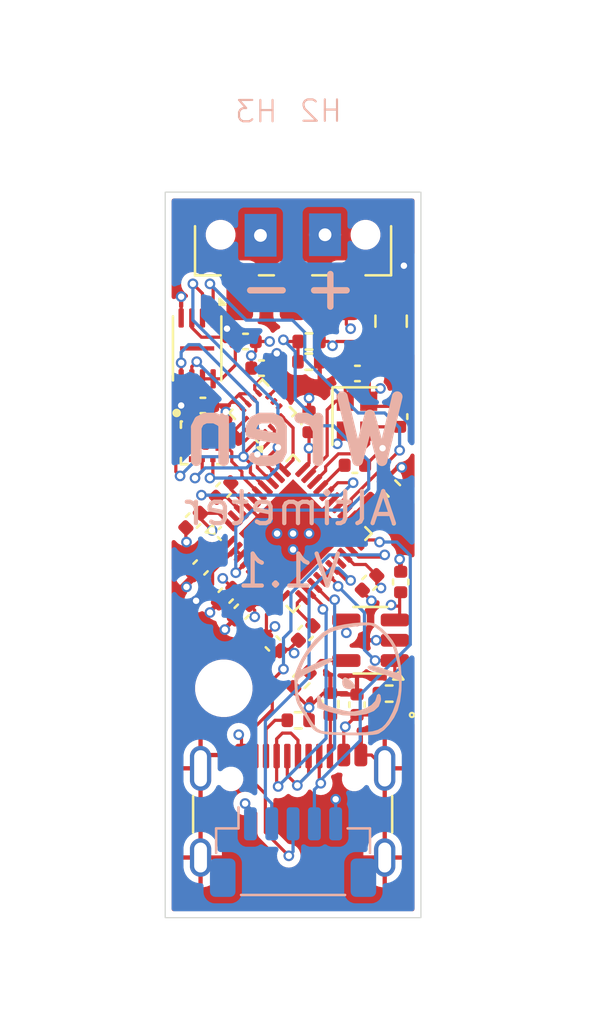
<source format=kicad_pcb>
(kicad_pcb (version 20240108) (generator "pcbnew") (generator_version "8.0")
  (title_block (comment 4 "AISLER Project ID: KFYYHNFJ"))
  (layers (0 "F.Cu" signal) (1 "In1.Cu" signal) (2 "In2.Cu" signal) (31 "B.Cu" signal) (34 "B.Paste" user) (35 "F.Paste" user) (36 "B.SilkS" user "B.Silkscreen") (37 "F.SilkS" user "F.Silkscreen") (38 "B.Mask" user) (39 "F.Mask" user) (44 "Edge.Cuts" user))
  (net 0 "")
  (net 1 "Earth")
  (net 2 "+1V8")
  (net 3 "/D_N")
  (net 4 "VUSB")
  (net 5 "/D_P")
  (net 6 "VCC")
  (net 7 "/VSENSE")
  (net 8 "/NRST")
  (net 9 "VBAT")
  (net 10 "/BARO_CS")
  (net 11 "/ACC_CS")
  (net 12 "/SCK")
  (net 13 "/MISO")
  (net 14 "/MOSI")
  (net 15 "Net-(U2-PROG)")
  (net 27 "/DEC_3")
  (net 28 "/DEC_1")
  (net 29 "/DEC_USB")
  (net 30 "NRF_VDD")
  (net 31 "/DEC_4_6")
  (net 32 "Net-(U1-XC1)")
  (net 33 "Net-(U1-XC2)")
  (net 34 "Net-(D1-K)")
  (net 35 "Net-(D2-K)")
  (net 36 "/DEC_5")
  (net 37 "/SWDIO")
  (net 38 "/SWCLK")
  (net 39 "/LED")
  (net 40 "/CHRG_STATUS")
  (net 41 "Net-(J1-CC2)")
  (net 42 "Net-(J1-CC1)")
  (net 43 "/FLASH_CS")
  (footprint "Capacitor_SMD:C_0402_1005Metric" (layer "F.Cu") (at 56.089411 55.410589 45)
    (property "Reference" "C12" (hide yes))
    (property "Value" "4.7u")
  )
  (footprint "Capacitor_SMD:C_0402_1005Metric" (layer "F.Cu") (at 56.27 42.75)
    (property "Reference" "C18" (hide yes))
    (property "Value" "0.1u")
  )
  (footprint "BMP390L:XDCR_BMP390L" (layer "F.Cu") (at 54.2375 47.5 90)
    (property "Reference" "U3" (hide yes))
    (property "Value" "BMP390L")
  )
  (footprint "Crystal:Crystal_SMD_2016-4Pin_2.0x1.6mm" (layer "F.Cu") (at 61.5 46.25 -90)
    (property "Reference" "Y1" (hide yes))
    (property "Value" "32MHz")
  )
  (footprint "Capacitor_SMD:C_0402_1005Metric" (layer "F.Cu") (at 63.5 46.27 90)
    (property "Reference" "C15" (hide yes))
    (property "Value" "12p")
  )
  (footprint "Capacitor_SMD:C_0402_1005Metric" (layer "F.Cu") (at 55.239411 49.710589 -135)
    (property "Reference" "C14" (hide yes))
    (property "Value" "1u")
  )
  (footprint "Resistor_SMD:R_0402_1005Metric" (layer "F.Cu") (at 63.139376 49.639376 135)
    (property "Reference" "R7" (hide yes))
    (property "Value" "470")
  )
  (footprint "Package_DFN_QFN:QFN-40-1EP_5x5mm_P0.4mm_EP3.6x3.6mm" (layer "F.Cu") (at 58.5 51.75 45)
    (property "Reference" "U1" (hide yes))
    (property "Value" "nRF52833_QDxx")
  )
  (footprint "Capacitor_SMD:C_0402_1005Metric" (layer "F.Cu") (at 61.52 44.25 180)
    (property "Reference" "C16" (hide yes))
    (property "Value" "12p")
  )
  (footprint "Package_LGA:LGA-14_2x2mm_P0.35mm_LayoutBorder3x4y" (layer "F.Cu") (at 57.060831 46.1 135)
    (property "Reference" "U5" (hide yes))
    (property "Value" "LIS2DH")
  )
  (footprint "Resistor_SMD:R_0402_1005Metric" (layer "F.Cu") (at 58.740001 60.5)
    (property "Reference" "R1" (hide yes))
    (property "Value" "5.1k")
  )
  (footprint "Resistor_SMD:R_0402_1005Metric" (layer "F.Cu") (at 60.25 59.740001 -90)
    (property "Reference" "R3" (hide yes))
    (property "Value" "5.1k")
  )
  (footprint "Capacitor_SMD:C_0402_1005Metric" (layer "F.Cu") (at 62.089411 54.060589 45)
    (property "Reference" "C1" (hide yes))
    (property "Value" "0.1u")
  )
  (footprint "Capacitor_SMD:C_0402_1005Metric" (layer "F.Cu") (at 63.55 54.02 90)
    (property "Reference" "C17" (hide yes))
    (property "Value" "4.7u")
  )
  (footprint "Resistor_SMD:R_0402_1005Metric" (layer "F.Cu") (at 63.009999 59.25)
    (property "Reference" "R6" (hide yes))
    (property "Value" "470")
  )
  (footprint "Capacitor_SMD:C_0402_1005Metric" (layer "F.Cu") (at 57.02 44 180)
    (property "Reference" "C3" (hide yes))
    (property "Value" "0.1u")
  )
  (footprint "Capacitor_SMD:C_0402_1005Metric" (layer "F.Cu") (at 59.25 46.52 -90)
    (property "Reference" "C11" (hide yes))
    (property "Value" "0.1u")
  )
  (footprint "Resistor_SMD:R_0402_1005Metric" (layer "F.Cu") (at 58.889376 58.610624 -135)
    (property "Reference" "R8" (hide yes))
    (property "Value" "51k")
  )
  (footprint "Capacitor_SMD:C_0402_1005Metric" (layer "F.Cu") (at 61.5 59.77 90)
    (property "Reference" "C2" (hide yes))
    (property "Value" "4.7u")
  )
  (footprint "Capacitor_SMD:C_0402_1005Metric" (layer "F.Cu") (at 54.27 45.75)
    (property "Reference" "C4" (hide yes))
    (property "Value" "0.1u")
  )
  (footprint "Capacitor_SMD:C_0402_1005Metric" (layer "F.Cu") (at 59.089411 56.410589 45)
    (property "Reference" "C9" (hide yes))
    (property "Value" "4.7u")
  )
  (footprint "Button_Switch_SMD:SW_SPDT_CK_JS102011SAQN" (layer "F.Cu") (at 58.5 37.75 180)
    (property "Reference" "SW2" (hide yes))
    (property "Value" "SW_SPDT")
  )
  (footprint "Capacitor_SMD:C_0805_2012Metric" (layer "F.Cu") (at 63.1 41.8 90)
    (property "Reference" "C19" (hide yes))
    (property "Value" "33u")
  )
  (footprint "Capacitor_SMD:C_0402_1005Metric" (layer "F.Cu") (at 55.339411 54.660589 45)
    (property "Reference" "C10" (hide yes))
    (property "Value" "4.7u")
  )
  (footprint "Capacitor_SMD:C_0402_1005Metric" (layer "F.Cu") (at 54.160589 53.339411 45)
    (property "Reference" "C7" (hide yes))
    (property "Value" "0.1u")
  )
  (footprint "Capacitor_SMD:C_0402_1005Metric" (layer "F.Cu") (at 61.4 48.55 180)
    (property "Reference" "C6" (hide yes))
    (property "Value" "100p")
  )
  (footprint "Package_TO_SOT_SMD:SOT-23-5" (layer "F.Cu") (at 62.1375 56.75 180)
    (property "Reference" "U2" (hide yes))
    (property "Value" "MCP73832T-2")
  )
  (footprint "LED_SMD:LED_0402_1005Metric" (layer "F.Cu") (at 62.985 60.25 180)
    (property "Reference" "D1" (hide yes))
    (property "Value" "blue")
  )
  (footprint "Package_SON:Winbond_USON-8-1EP_3x2mm_P0.5mm_EP0.2x1.6mm" (layer "F.Cu") (at 54 43.075 -90)
    (property "Reference" "U4" (hide yes))
    (property "Value" "W25X40CLUXIG")
  )
  (footprint "Capacitor_SMD:C_0402_1005Metric" (layer "F.Cu") (at 53.810589 51.139411 45)
    (property "Reference" "C5" (hide yes))
    (property "Value" "0.1u")
  )
  (footprint "Connector_USB:USB_C_Receptacle_GCT_USB4105-xx-A_16P_TopMnt_Horizontal" (layer "F.Cu") (at 58.48 65.855)
    (property "Reference" "J1" (hide yes))
    (property "Value" "USB_C_Receptacle_USB2.0_16P")
  )
  (footprint "LED_SMD:LED_0402_1005Metric" (layer "F.Cu") (at 62.459063 50.505582 135)
    (property "Reference" "D2" (hide yes))
    (property "Value" "red")
  )
  (footprint "Capacitor_SMD:C_0402_1005Metric" (layer "F.Cu") (at 57.55 56.9 135)
    (property "Reference" "C13" (hide yes))
    (property "Value" "4.7u")
  )
  (footprint "Resistor_SMD:R_0402_1005Metric" (layer "F.Cu") (at 59.240001 43.7)
    (property "Reference" "R5" (hide yes))
    (property "Value" "51k")
  )
  (footprint "Resistor_SMD:R_0402_1005Metric" (layer "F.Cu") (at 59.25 42.75 180)
    (property "Reference" "R2" (hide yes))
    (property "Value" "100k")
  )
  (footprint "MountingHole:MountingHole_2.2mm_M2" (layer "F.Cu") (at 55.25 59)
    (property "Reference" "H1" (hide yes))
    (property "Value" "MountingHole")
  )
  (footprint "LOGO" (layer "B.Cu") (at 61.013383 58.553868 180)
    (property "Reference" "G***" (hide yes))
    (property "Value" "LOGO" (hide yes))
  )
  (footprint "Connector_JST:JST_SH_BM05B-SRSS-TB_1x05-1MP_P1.00mm_Vertical" (layer "B.Cu") (at 58.5 66.674999)
    (property "Reference" "J2" (hide yes))
    (property "Value" "Conn_01x05_MountingPin")
  )
  (footprint "custom:square" (layer "B.Cu") (at 60 37.75 180)
    (property "Reference" "H2")
    (property "Value" "MountingHole_Pad")
  )
  (footprint "custom:square" (layer "B.Cu") (at 56.975 37.775 180)
    (property "Reference" "H3")
    (property "Value" "MountingHole_Pad")
  )
  (gr_rect (start 52.5 35.75) (end 64.5 69.75) (stroke (width 0.05)) (fill none) (layer "Edge.Cuts"))
  (gr_text "Altimeter" (at 63.505 51.455 0) (layer "B.SilkS") (effects (font (size 1.5 1.5) (thickness 0.2) (bold yes)) (justify left bottom mirror)))
  (gr_text "Wren" (at 58.53 48.73 0) (layer "B.SilkS") (effects (font (size 3 3) (thickness 0.5) (bold yes)) (justify bottom mirror)))
  (gr_text "-" (at 57.25 41.375 0) (layer "B.SilkS") (effects (font (size 2 2) (thickness 0.3)) (justify bottom mirror)))
  (gr_text "V1.1" (at 60.88 54.38 0) (layer "B.SilkS") (effects (font (size 1.5 1.5) (thickness 0.2)) (justify left bottom mirror)))
  (gr_text "+" (at 60.25 41.375 0) (layer "B.SilkS") (effects (font (size 2 2) (thickness 0.3)) (justify bottom mirror)))
  (segment (start 63.275 56.75) (end 62.4 56.75) (width 0.15) (layer "F.Cu") (net 1))
  (segment (start 60.364994 50.167849) (end 58.782843 51.75) (width 0.15) (layer "F.Cu") (net 1))
  (segment (start 59.75 44.9) (end 59.25 45.4) (width 0.15) (layer "F.Cu") (net 1))
  (segment (start 57.928822 57.178822) (end 58.321178 57.178822) (width 0.15) (layer "F.Cu") (net 1))
  (segment (start 56 45.2) (end 55.9 45.3) (width 0.15) (layer "F.Cu") (net 1))
  (segment (start 61.88 48.55) (end 61.9 48.55) (width 0.15) (layer "F.Cu") (net 1))
  (segment (start 53.471178 52.121178) (end 53.5 52.15) (width 0.15) (layer "F.Cu") (net 1))
  (segment (start 63.5 45.79) (end 62.29 45.79) (width 0.15) (layer "F.Cu") (net 1))
  (segment (start 53.821178 53.678822) (end 53.821178 53.928822) (width 0.15) (layer "F.Cu") (net 1))
  (segment (start 55.6 45.6) (end 55.35 45.85) (width 0.15) (layer "F.Cu") (net 1))
  (segment (start 61.5 59.29) (end 60.309998 59.29) (width 0.15) (layer "F.Cu") (net 1))
  (segment (start 61.75 54.4) (end 61.75 54.475) (width 0.15) (layer "F.Cu") (net 1))
  (segment (start 55.75 55.75) (end 55.75 55.8) (width 0.15) (layer "F.Cu") (net 1))
  (segment (start 55.75 55.8) (end 55.3 56.25) (width 0.15) (layer "F.Cu") (net 1))
  (segment (start 56.521662 46.639169) (end 56.060831 47.1) (width 0.15) (layer "F.Cu") (net 1))
  (segment (start 62.05 45.5) (end 62.6 44.95) (width 0.15) (layer "F.Cu") (net 1))
  (segment (start 57.651472 51.75) (end 57.75 51.75) (width 0.15) (layer "F.Cu") (net 1))
  (segment (start 59.25 46.04) (end 59.25 45.4) (width 0.15) (layer "F.Cu") (net 1))
  (segment (start 62.29 45.79) (end 62.05 45.55) (width 0.15) (layer "F.Cu") (net 1))
  (segment (start 58.5 51.75) (end 58.5 52.4) (width 0.15) (layer "F.Cu") (net 1))
  (segment (start 56.75 42.75) (end 57.4 42.75) (width 0.15) (layer "F.Cu") (net 1))
  (segment (start 58.378822 57.178822) (end 58.55 57.35) (width 0.15) (layer "F.Cu") (net 1))
  (segment (start 60.95 47.167632) (end 60.575 47.542632) (width 0.15) (layer "F.Cu") (net 1))
  (segment (start 55.818369 45.6) (end 55.6 45.6) (width 0.15) (layer "F.Cu") (net 1))
  (segment (start 54.737499 45.762501) (end 54.75 45.75) (width 0.15) (layer "F.Cu") (net 1))
  (segment (start 57.75 51.75) (end 58.5 51.75) (width 0.15) (layer "F.Cu") (net 1))
  (segment (start 61.75 54.475) (end 62.175 54.9) (width 0.15) (layer "F.Cu") (net 1))
  (segment (start 56.255805 47.4) (end 56.2 47.4) (width 0.15) (layer "F.Cu") (net 1))
  (segment (start 55.05 45.75) (end 55.35 46.05) (width 0.15) (layer "F.Cu") (net 1))
  (segment (start 58.782843 51.75) (end 58.5 51.75) (width 0.15) (layer "F.Cu") (net 1))
  (segment (start 55 55) (end 55 55.05) (width 0.15) (layer "F.Cu") (net 1))
  (segment (start 60.95 46.95) (end 60.95 47.167632) (width 0.15) (layer "F.Cu") (net 1))
  (segment (start 63.5 53.54) (end 63.5 52.95) (width 0.15) (layer "F.Cu") (net 1))
  (segment (start 53.8375 48.0125) (end 54.2375 47.6125) (width 0.15) (layer "F.Cu") (net 1))
  (segment (start 58.528752 58.971248) (end 58.528752 59.178752) (width 0.15) (layer "F.Cu") (net 1))
  (segment (start 62 45.5) (end 62.05 45.55) (width 0.15) (layer "F.Cu") (net 1))
  (segment (start 63.407504 48.65) (end 63.6 48.65) (width 0.15) (layer "F.Cu") (net 1))
  (segment (start 53.821178 53.928822) (end 53.5 54.25) (width 0.15) (layer "F.Cu") (net 1))
  (segment (start 62.1775 62.1275) (end 62.8 62.75) (width 0.15) (layer "F.Cu") (net 1))
  (segment (start 62 44.25) (end 62 45.5) (width 0.15) (layer "F.Cu") (net 1))
  (segment (start 55 55.05) (end 54.6 55.45) (width 0.15) (layer "F.Cu") (net 1))
  (segment (start 58.321178 57.178822) (end 58.75 56.75) (width 0.15) (layer "F.Cu") (net 1))
  (segment (start 54.2375 46.7375) (end 54.737499 46.7375) (width 0.15) (layer "F.Cu") (net 1))
  (segment (start 54.737499 46.7375) (end 54.737499 45.762501) (width 0.15) (layer "F.Cu") (net 1))
  (segment (start 54.2375 47.6125) (end 54.2375 46.7375) (width 0.15) (layer "F.Cu") (net 1))
  (segment (start 59.919998 59.230002) (end 59.25 59.9) (width 0.15) (layer "F.Cu") (net 1))
  (segment (start 54.6225 62.1275) (end 54 62.75) (width 0.15) (layer "F.Cu") (net 1))
  (segment (start 55.578822 49.67735) (end 55.578822 49.371178) (width 0.15) (layer "F.Cu") (net 1))
  (segment (start 56.54 44) (end 56.54 43.41) (width 0.15) (layer "F.Cu") (net 1))
  (segment (start 55.8 46.865857) (end 55.8 46.9) (width 0.15) (layer "F.Cu") (net 1))
  (segment (start 53.737501 48.2625) (end 53.8375 48.162501) (width 0.15) (layer "F.Cu") (net 1))
  (segment (start 57.928822 57.178822) (end 58.378822 57.178822) (width 0.15) (layer "F.Cu") (net 1))
  (segment (start 61.68 62.1275) (end 62.1775 62.1275) (width 0.15) (layer "F.Cu") (net 1))
  (segment (start 56.274175 46.391682) (end 55.8 46.865857) (width 0.15) (layer "F.Cu") (net 1))
  (segment (start 56.013343 45.3) (end 55.9 45.3) (width 0.15) (layer "F.Cu") (net 1))
  (segment (start 56.769149 46.886656) (end 56.255805 47.4) (width 0.15) (layer "F.Cu") (net 1))
  (segment (start 56.408319 45.2) (end 56 45.2) (width 0.15) (layer "F.Cu") (net 1))
  (segment (start 56.352163 50.450691) (end 55.578822 49.67735) (width 0.15) (layer "F.Cu") (net 1))
  (segment (start 61.9 48.55) (end 62.7 47.75) (width 0.15) (layer "F.Cu") (net 1))
  (segment (start 53.8375 48.162501) (end 53.8375 48.0125) (width 0.15) (layer "F.Cu") (net 1))
  (segment (start 53.25 41.65) (end 53.25 40.65) (width 0.15) (layer "F.Cu") (net 1))
  (segment (start 56.397918 45.684575) (end 56.013343 45.3) (width 0.15) (layer "F.Cu") (net 1))
  (segment (start 56.352163 50.450691) (end 57.651472 51.75) (width 0.15) (layer "F.Cu") (net 1))
  (segment (start 60.309998 59.29) (end 60.25 59.230002) (width 0.15) (layer "F.Cu") (net 1))
  (segment (start 58.528752 59.178752) (end 59.25 59.9) (width 0.15) (layer "F.Cu") (net 1))
  (segment (start 54.75 45.75) (end 55.05 45.75) (width 0.15) (layer "F.Cu") (net 1))
  (segment (start 56.75 43.2) (end 56.75 42.75) (width 0.15) (layer "F.Cu") (net 1))
  (segment (start 59.75 43.7) (end 59.75 44.9) (width 0.15) (layer "F.Cu") (net 1))
  (segment (start 55.9 45.3) (end 55.6 45.6) (width 0.15) (layer "F.Cu") (net 1))
  (segment (start 55.12 62.1275) (end 54.6225 62.1275) (width 0.15) (layer "F.Cu") (net 1))
  (segment (start 56.54 43.41) (end 56.75 43.2) (width 0.15) (layer "F.Cu") (net 1))
  (segment (start 59.25 60.5) (end 59.25 59.9) (width 0.15) (layer "F.Cu") (net 1))
  (segment (start 55.35 45.85) (end 55.35 46.05) (width 0.15) (layer "F.Cu") (net 1))
  (segment (start 62.05 45.55) (end 62.05 45.5) (width 0.15) (layer "F.Cu") (net 1))
  (segment (start 53.471178 51.478822) (end 53.471178 52.121178) (width 0.15) (layer "F.Cu") (net 1))
  (segment (start 56.150431 45.932062) (end 55.818369 45.6) (width 0.15) (layer "F.Cu") (net 1))
  (segment (start 60.25 59.230002) (end 59.919998 59.230002) (width 0.15) (layer "F.Cu") (net 1))
  (segment (start 56.645406 45.437087) (end 56.408319 45.2) (width 0.15) (layer "F.Cu") (net 1))
  (segment (start 62.778752 49.278752) (end 63.407504 48.65) (width 0.15) (layer "F.Cu") (net 1))
  (via (at 59.25 51.75) (size 0.5) (drill 0.3) (layers "F.Cu" "B.Cu") (net 1))
  (via (at 56.54 43.41) (size 0.5) (drill 0.3) (layers "F.Cu" "B.Cu") (net 1))
  (via (at 62.175 54.9) (size 0.5) (drill 0.3) (layers "F.Cu" "B.Cu") (net 1))
  (via (at 59.25 45.4) (size 0.5) (drill 0.3) (layers "F.Cu" "B.Cu") (net 1))
  (via (at 55.35 46.05) (size 0.5) (drill 0.3) (layers "F.Cu" "B.Cu") (net 1))
  (via (at 53.5 54.25) (size 0.5) (drill 0.3) (layers "F.Cu" "B.Cu") (net 1))
  (via (at 55.3 56.25) (size 0.5) (drill 0.3) (layers "F.Cu" "B.Cu") (net 1))
  (via (at 60.575 47.542632) (size 0.5) (drill 0.3) (layers "F.Cu" "B.Cu") (net 1))
  (via (at 59.25 59.9) (size 0.5) (drill 0.3) (layers "F.Cu" "B.Cu") (net 1))
  (via (at 58.55 57.35) (size 0.5) (drill 0.3) (layers "F.Cu" "B.Cu") (net 1))
  (via (at 56.97 37.78) (size 0.9) (drill 0.6) (layers "F.Cu" "B.Cu") (net 1))
  (via (at 63.5 52.95) (size 0.5) (drill 0.3) (layers "F.Cu" "B.Cu") (net 1))
  (via (at 57.75 51.75) (size 0.5) (drill 0.3) (layers "F.Cu" "B.Cu") (net 1))
  (via (at 53.5 52.15) (size 0.5) (drill 0.3) (layers "F.Cu" "B.Cu") (net 1))
  (via (at 60.5 64.2) (size 0.5) (drill 0.3) (layers "F.Cu" "B.Cu") (net 1))
  (via (at 62.4 56.75) (size 0.5) (drill 0.3) (layers "F.Cu" "B.Cu") (net 1))
  (via (at 53.25 40.65) (size 0.5) (drill 0.3) (layers "F.Cu" "B.Cu") (net 1))
  (via (at 58.5 51.75) (size 0.5) (drill 0.3) (layers "F.Cu" "B.Cu") (net 1))
  (via (at 62.7 47.75) (size 0.5) (drill 0.3) (layers "F.Cu" "B.Cu") (net 1))
  (via (at 62.6 44.95) (size 0.5) (drill 0.3) (layers "F.Cu" "B.Cu") (net 1))
  (via (at 63.6 48.65) (size 0.5) (drill 0.3) (layers "F.Cu" "B.Cu") (net 1))
  (via (at 54.6 55.45) (size 0.5) (drill 0.3) (layers "F.Cu" "B.Cu") (net 1))
  (via (at 57.4 42.75) (size 0.5) (drill 0.3) (layers "F.Cu" "B.Cu") (net 1))
  (via (at 58.5 52.5) (size 0.5) (drill 0.3) (layers "F.Cu" "B.Cu") (net 1))
  (segment (start 57.225 37.775) (end 57.22 37.78) (width 0.15) (layer "B.Cu") (net 1))
  (segment (start 60.5 65.349999) (end 60.5 64.2) (width 0.15) (layer "B.Cu") (net 1))
  (segment (start 56.06932 52.766465) (end 55.786478 52.483623) (width 0.15) (layer "F.Cu") (net 2))
  (segment (start 54.725 53.545101) (end 54.725 54.125) (width 0.15) (layer "F.Cu") (net 2))
  (segment (start 55.79 43.86) (end 55.15 44.5) (width 0.15) (layer "F.Cu") (net 2))
  (segment (start 55.79 42.54) (end 55.4 42.15) (width 0.15) (layer "F.Cu") (net 2))
  (segment (start 56.7 44.8) (end 57.5 44) (width 0.15) (layer "F.Cu") (net 2))
  (segment (start 54.725 54.125) (end 53.95 54.9) (width 0.15) (layer "F.Cu") (net 2))
  (segment (start 54.200001 42.55) (end 55.1 42.55) (width 0.15) (layer "F.Cu") (net 2))
  (segment (start 55.786478 52.483623) (end 54.725 53.545101) (width 0.15) (layer "F.Cu") (net 2))
  (segment (start 55.79 42.75) (end 55.79 43.86) (width 0.15) (layer "F.Cu") (net 2))
  (segment (start 53.737501 45.802499) (end 53.79 45.75) (width 0.15) (layer "F.Cu") (net 2))
  (segment (start 56.701646 44.801646) (end 56.7 44.8) (width 0.15) (layer "F.Cu") (net 2))
  (segment (start 53.79 45.75) (end 53.25 45.75) (width 0.15) (layer "F.Cu") (net 2))
  (segment (start 57.5 44) (end 57.5 43.541795) (width 0.15) (layer "F.Cu") (net 2))
  (segment (start 54.25 44.5) (end 54.75 44.5) (width 0.15) (layer "F.Cu") (net 2))
  (segment (start 53.475 47.25) (end 53.475 47.000001) (width 0.15) (layer "F.Cu") (net 2))
  (segment (start 57.352513 45.313344) (end 57.7 44.965857) (width 0.15) (layer "F.Cu") (net 2))
  (segment (start 56.892893 45.1896) (end 56.701646 44.998354) (width 0.15) (layer "F.Cu") (net 2))
  (segment (start 57.5 43.541795) (end 57.734423 43.307372) (width 0.15) (layer "F.Cu") (net 2))
  (segment (start 55.79 42.75) (end 55.79 42.54) (width 0.15) (layer "F.Cu") (net 2))
  (segment (start 53.475 47.000001) (end 53.737501 46.7375) (width 0.15) (layer "F.Cu") (net 2))
  (segment (start 56.06932 52.766466) (end 56.06932 52.766465) (width 0.15) (layer "F.Cu") (net 2))
  (segment (start 53.79 45.75) (end 54.25 45.29) (width 0.15) (layer "F.Cu") (net 2))
  (segment (start 53.737501 46.7375) (end 53.737501 45.802499) (width 0.15) (layer "F.Cu") (net 2))
  (segment (start 55.15 44.5) (end 54.75 44.5) (width 0.15) (layer "F.Cu") (net 2))
  (segment (start 57.7 44.965857) (end 57.7 44.2) (width 0.15) (layer "F.Cu") (net 2))
  (segment (start 55.3 42.75) (end 55.79 42.75) (width 0.15) (layer "F.Cu") (net 2))
  (segment (start 54.25 45.29) (end 54.25 44.5) (width 0.15) (layer "F.Cu") (net 2))
  (segment (start 53.75 41.65) (end 53.75 42.099999) (width 0.15) (layer "F.Cu") (net 2))
  (segment (start 55.1 42.55) (end 55.3 42.75) (width 0.15) (layer "F.Cu") (net 2))
  (segment (start 56.701646 44.998354) (end 56.701646 44.801646) (width 0.15) (layer "F.Cu") (net 2))
  (segment (start 53.75 42.099999) (end 54.200001 42.55) (width 0.15) (layer "F.Cu") (net 2))
  (segment (start 57.7 44.2) (end 57.5 44) (width 0.15) (layer "F.Cu") (net 2))
  (via (at 57.734423 43.307372) (size 0.5) (drill 0.3) (layers "F.Cu" "B.Cu") (net 2))
  (via (at 53.25 45.75) (size 0.5) (drill 0.3) (layers "F.Cu" "B.Cu") (net 2))
  (via (at 55.4 42.15) (size 0.5) (drill 0.3) (layers "F.Cu" "B.Cu") (net 2))
  (via (at 53.95 54.9) (size 0.5) (drill 0.3) (layers "F.Cu" "B.Cu") (net 2))
  (via (at 63.7 39.2) (size 0.6) (drill 0.3) (layers "F.Cu" "B.Cu") (net 2))
  (segment (start 58 61.1) (end 58.4 61.1) (width 0.15) (layer "F.Cu") (net 3))
  (segment (start 57.73 63.53) (end 57.8 63.6) (width 0.15) (layer "F.Cu") (net 3))
  (segment (start 59.233623 54.463522) (end 59.9 55.129899) (width 0.15) (layer "F.Cu") (net 3))
  (segment (start 57.73 62.175) (end 57.73 63.53) (width 0.15) (layer "F.Cu") (net 3))
  (segment (start 58.4 61.1) (end 58.73 61.43) (width 0.15) (layer "F.Cu") (net 3))
  (segment (start 59.9 55.129899) (end 59.9 55.3) (width 0.15) (layer "F.Cu") (net 3))
  (segment (start 57.73 61.37) (end 58 61.1) (width 0.15) (layer "F.Cu") (net 3))
  (segment (start 58.73 61.43) (end 58.73 62.175) (width 0.15) (layer "F.Cu") (net 3))
  (segment (start 57.73 62.175) (end 57.73 61.37) (width 0.15) (layer "F.Cu") (net 3))
  (via (at 57.8 63.6) (size 0.5) (drill 0.3) (layers "F.Cu" "B.Cu") (net 3))
  (via (at 59.9 55.3) (size 0.5) (drill 0.3) (layers "F.Cu" "B.Cu") (net 3))
  (segment (start 57.8 63.595906) (end 60.05 61.345906) (width 0.15) (layer "B.Cu") (net 3))
  (segment (start 57.8 63.6) (end 57.8 63.595906) (width 0.15) (layer "B.Cu") (net 3))
  (segment (start 59.9 55.3) (end 60.05 55.45) (width 0.15) (layer "B.Cu") (net 3))
  (segment (start 60.05 61.345906) (end 60.05 61.1) (width 0.15) (layer "B.Cu") (net 3))
  (segment (start 60.05 55.45) (end 60.05 61.1) (width 0.15) (layer "B.Cu") (net 3))
  (segment (start 60.88 62.1275) (end 60.88 60.87) (width 0.15) (layer "F.Cu") (net 4))
  (segment (start 57.25 55.545584) (end 58.049219 54.746365) (width 0.15) (layer "F.Cu") (net 4))
  (segment (start 61 55.800001) (end 61 56.4) (width 0.15) (layer "F.Cu") (net 4))
  (segment (start 56.08 62.1275) (end 56.08 61.305) (width 0.15) (layer "F.Cu") (net 4))
  (segment (start 60.88 60.87) (end 60.95 60.8) (width 0.15) (layer "F.Cu") (net 4))
  (segment (start 62.5 60.25) (end 61.5 60.25) (width 0.15) (layer "F.Cu") (net 4))
  (segment (start 57.25 56.5) (end 57.65 56.1) (width 0.15) (layer "F.Cu") (net 4))
  (segment (start 57.25 56.5) (end 57.25 55.545584) (width 0.15) (layer "F.Cu") (net 4))
  (segment (start 60.95 60.8) (end 61.5 60.25) (width 0.15) (layer "F.Cu") (net 4))
  (segment (start 56.08 61.305) (end 55.95 61.175) (width 0.15) (layer "F.Cu") (net 4))
  (via (at 61 56.4) (size 0.5) (drill 0.3) (layers "F.Cu" "B.Cu") (net 4))
  (via (at 60.95 60.8) (size 0.5) (drill 0.3) (layers "F.Cu" "B.Cu") (net 4))
  (via (at 55.95 61.175) (size 0.5) (drill 0.3) (layers "F.Cu" "B.Cu") (net 4))
  (via (at 57.65 56.1) (size 0.5) (drill 0.3) (layers "F.Cu" "B.Cu") (net 4))
  (segment (start 59.23 63.02079) (end 59.23 62.175) (width 0.15) (layer "F.Cu") (net 5))
  (segment (start 58.7 63.55079) (end 59.23 63.02079) (width 0.15) (layer "F.Cu") (net 5))
  (segment (start 60.185786 54.85) (end 60.45 54.85) (width 0.15) (layer "F.Cu") (net 5))
  (segment (start 58.7 63.55079) (end 58.23 63.08079) (width 0.15) (layer "F.Cu") (net 5))
  (segment (start 59.516466 54.18068) (end 60.185786 54.85) (width 0.15) (layer "F.Cu") (net 5))
  (segment (start 58.23 63.08079) (end 58.23 62.175) (width 0.15) (layer "F.Cu") (net 5))
  (via (at 60.45 54.85) (size 0.5) (drill 0.3) (layers "F.Cu" "B.Cu") (net 5))
  (via (at 58.7 63.55079) (size 0.5) (drill 0.3) (layers "F.Cu" "B.Cu") (net 5))
  (segment (start 60.45 61.80079) (end 58.7 63.55079) (width 0.15) (layer "B.Cu") (net 5))
  (segment (start 60.45 54.85) (end 60.45 61.80079) (width 0.15) (layer "B.Cu") (net 5))
  (segment (start 57.158721 55.071178) (end 56.428822 55.071178) (width 0.15) (layer "F.Cu") (net 6))
  (segment (start 59.759999 41.759999) (end 59.759999 42.75) (width 0.15) (layer "F.Cu") (net 6))
  (segment (start 56.7 55.342356) (end 56.428822 55.071178) (width 0.15) (layer "F.Cu") (net 6))
  (segment (start 56.7 55.65) (end 56.7 55.342356) (width 0.15) (layer "F.Cu") (net 6))
  (segment (start 57.766377 54.463522) (end 57.158721 55.071178) (width 0.15) (layer "F.Cu") (net 6))
  (segment (start 59.759999 42.75) (end 60.15 42.75) (width 0.15) (layer "F.Cu") (net 6))
  (segment (start 58.5 40.5) (end 59.759999 41.759999) (width 0.15) (layer "F.Cu") (net 6))
  (segment (start 59.759999 42.75) (end 59.759999 42.759999) (width 0.15) (layer "F.Cu") (net 6))
  (segment (start 60.15 42.75) (end 60.35 42.95) (width 0.15) (layer "F.Cu") (net 6))
  (segment (start 60.550001 42.749999) (end 60.35 42.95) (width 0.15) (layer "F.Cu") (net 6))
  (segment (start 63.1 42.749999) (end 60.550001 42.749999) (width 0.15) (layer "F.Cu") (net 6))
  (via (at 60.35 42.95) (size 0.5) (drill 0.3) (layers "F.Cu" "B.Cu") (net 6))
  (via (at 56.7 55.65) (size 0.5) (drill 0.3) (layers "F.Cu" "B.Cu") (net 6))
  (segment (start 55.811709 53.582664) (end 55.818808 53.582664) (width 0.15) (layer "F.Cu") (net 7))
  (segment (start 55.818808 53.582664) (end 56.352163 53.049309) (width 0.15) (layer "F.Cu") (net 7))
  (segment (start 58.730002 42.759999) (end 58.740001 42.75) (width 0.15) (layer "F.Cu") (net 7))
  (segment (start 58.122818 42.75) (end 58.045373 42.672555) (width 0.15) (layer "F.Cu") (net 7))
  (segment (start 58.730002 43.7) (end 58.730002 42.759999) (width 0.15) (layer "F.Cu") (net 7))
  (segment (start 58.740001 42.75) (end 58.122818 42.75) (width 0.15) (layer "F.Cu") (net 7))
  (via (at 55.811709 53.582664) (size 0.5) (drill 0.3) (layers "F.Cu" "B.Cu") (net 7))
  (via (at 58.045373 42.672555) (size 0.5) (drill 0.3) (layers "F.Cu" "B.Cu") (net 7))
  (segment (start 58.045373 42.672555) (end 58.6 43.227182) (width 0.15) (layer "B.Cu") (net 7))
  (segment (start 60.40412 46.7) (end 62.05 48.34588) (width 0.15) (layer "B.Cu") (net 7))
  (segment (start 62.05 48.34588) (end 62.05 49.65) (width 0.15) (layer "B.Cu") (net 7))
  (segment (start 59.85 46.7) (end 60.40412 46.7) (width 0.15) (layer "B.Cu") (net 7))
  (segment (start 61.05 50.65) (end 56.6 50.65) (width 0.15) (layer "B.Cu") (net 7))
  (segment (start 55.811709 51.438291) (end 55.811709 53.582664) (width 0.15) (layer "B.Cu") (net 7))
  (segment (start 58.6 43.227182) (end 58.6 45.45) (width 0.15) (layer "B.Cu") (net 7))
  (segment (start 58.6 45.45) (end 59.85 46.7) (width 0.15) (layer "B.Cu") (net 7))
  (segment (start 62.05 49.65) (end 61.05 50.65) (width 0.15) (layer "B.Cu") (net 7))
  (segment (start 56.6 50.65) (end 55.811709 51.438291) (width 0.15) (layer "B.Cu") (net 7))
  (segment (start 60.394835 53.332151) (end 61.00826 53.945576) (width 0.15) (layer "F.Cu") (net 8))
  (segment (start 60.364994 53.332151) (end 60.394835 53.332151) (width 0.15) (layer "F.Cu") (net 8))
  (segment (start 61.00826 53.945576) (end 61.200333 53.945576) (width 0.15) (layer "F.Cu") (net 8))
  (via (at 61.200333 53.945576) (size 0.5) (drill 0.3) (layers "F.Cu" "B.Cu") (net 8))
  (segment (start 60.3 53.375) (end 60.629757 53.375) (width 0.15) (layer "B.Cu") (net 8))
  (segment (start 60.629757 53.375) (end 61.200333 53.945576) (width 0.15) (layer "B.Cu") (net 8))
  (segment (start 57.2 60.525) (end 59.25 58.475) (width 0.15) (layer "B.Cu") (net 8))
  (segment (start 59.25 54.425) (end 60.3 53.375) (width 0.15) (layer "B.Cu") (net 8))
  (segment (start 57.5 64.4) (end 57.2 64.1) (width 0.15) (layer "B.Cu") (net 8))
  (segment (start 57.2 64.1) (end 57.2 60.525) (width 0.15) (layer "B.Cu") (net 8))
  (segment (start 57.5 65.349999) (end 57.5 64.4) (width 0.15) (layer "B.Cu") (net 8))
  (segment (start 59.25 58.475) (end 59.25 54.425) (width 0.15) (layer "B.Cu") (net 8))
  (segment (start 63.5 54.5) (end 63.5 55.15) (width 0.15) (layer "F.Cu") (net 9))
  (segment (start 63.5 55.575001) (end 63.275 55.800001) (width 0.15) (layer "F.Cu") (net 9))
  (segment (start 61 41.95) (end 61 40.5) (width 0.15) (layer "F.Cu") (net 9))
  (segment (start 63.5 55.15) (end 63.5 55.575001) (width 0.15) (layer "F.Cu") (net 9))
  (segment (start 63.5 55.15) (end 63.15 55.15) (width 0.15) (layer "F.Cu") (net 9))
  (segment (start 61.2 42.15) (end 61 41.95) (width 0.15) (layer "F.Cu") (net 9))
  (segment (start 63.15 55.15) (end 63.1 55.1) (width 0.15) (layer "F.Cu") (net 9))
  (via (at 61.2 42.15) (size 0.5) (drill 0.3) (layers "F.Cu" "B.Cu") (net 9))
  (via (at 63.1 55.1) (size 0.5) (drill 0.3) (layers "F.Cu" "B.Cu") (net 9))
  (via (at 60 37.75) (size 0.9) (drill 0.6) (layers "F.Cu" "B.Cu") (net 9))
  (segment (start 55.025 47.775) (end 55.475 47.775) (width 0.15) (layer "F.Cu") (net 10))
  (segment (start 56.1 48.85) (end 56.1 49.067157) (width 0.15) (layer "F.Cu") (net 10))
  (segment (start 55.475 47.775) (end 55.625 47.925) (width 0.15) (layer "F.Cu") (net 10))
  (segment (start 55 47.75) (end 55.025 47.775) (width 0.15) (layer "F.Cu") (net 10))
  (segment (start 55.625 48.375) (end 56.1 48.85) (width 0.15) (layer "F.Cu") (net 10))
  (segment (start 56.1 49.067157) (end 56.917849 49.885006) (width 0.15) (layer "F.Cu") (net 10))
  (segment (start 55.625 47.925) (end 55.625 48.375) (width 0.15) (layer "F.Cu") (net 10))
  (segment (start 57.971231 46.267938) (end 58.5 46.796707) (width 0.15) (layer "F.Cu") (net 11))
  (segment (start 58.5 46.796707) (end 58.5 48.302854) (width 0.15) (layer "F.Cu") (net 11))
  (segment (start 58.5 48.302854) (end 58.049219 48.753635) (width 0.15) (layer "F.Cu") (net 11))
  (segment (start 57.200691 49.602163) (end 56.499264 48.900736) (width 0.15) (layer "F.Cu") (net 12))
  (segment (start 53.75 44.5) (end 53.75 43.927872) (width 0.15) (layer "F.Cu") (net 12))
  (segment (start 53.75 43.927872) (end 53.979735 43.698137) (width 0.15) (layer "F.Cu") (net 12))
  (segment (start 57.228769 47.0104) (end 56.739169 47.5) (width 0.15) (layer "F.Cu") (net 12))
  (segment (start 56.739169 47.5) (end 56.690968 47.5) (width 0.15) (layer "F.Cu") (net 12))
  (segment (start 56.690968 47.5) (end 56.175 48.015968) (width 0.15) (layer "F.Cu") (net 12))
  (segment (start 53 48) (end 53 48.85) (width 0.15) (layer "F.Cu") (net 12))
  (segment (start 53.25 47.75) (end 53 48) (width 0.15) (layer "F.Cu") (net 12))
  (segment (start 56.499264 48.900736) (end 56.499264 48.474264) (width 0.15) (layer "F.Cu") (net 12))
  (segment (start 53.475 47.75) (end 53.25 47.75) (width 0.15) (layer "F.Cu") (net 12))
  (segment (start 56.499264 48.474264) (end 56.175 48.15) (width 0.15) (layer "F.Cu") (net 12))
  (segment (start 56.175 48.015968) (end 56.175 48.15) (width 0.15) (layer "F.Cu") (net 12))
  (segment (start 53 48.85) (end 53.2 49.05) (width 0.15) (layer "F.Cu") (net 12))
  (via (at 53.979735 43.698137) (size 0.5) (drill 0.3) (layers "F.Cu" "B.Cu") (net 12))
  (via (at 53.2 49.05) (size 0.5) (drill 0.3) (layers "F.Cu" "B.Cu") (net 12))
  (via (at 56.175 48.15) (size 0.5) (drill 0.3) (layers "F.Cu" "B.Cu") (net 12))
  (segment (start 53.2 49.05) (end 54.1 48.15) (width 0.15) (layer "B.Cu") (net 12))
  (segment (start 54.1 48.15) (end 55.7 48.15) (width 0.15) (layer "B.Cu") (net 12))
  (segment (start 56.175 48.15) (end 56.175 45.893402) (width 0.15) (layer "B.Cu") (net 12))
  (segment (start 56.175 45.893402) (end 56.090799 45.809201) (width 0.15) (layer "B.Cu") (net 12))
  (segment (start 55.7 48.15) (end 56.175 48.15) (width 0.15) (layer "B.Cu") (net 12))
  (segment (start 53.979735 43.698137) (end 56.090799 45.809201) (width 0.15) (layer "B.Cu") (net 12))
  (segment (start 57.919653 47.580347) (end 57.789124 47.710876) (width 0.15) (layer "F.Cu") (net 13))
  (segment (start 54.25 40.5) (end 53.8 40.05) (width 0.15) (layer "F.Cu") (net 13))
  (segment (start 54.25 41.65) (end 54.25 40.5) (width 0.15) (layer "F.Cu") (net 13))
  (segment (start 57.25 48.25) (end 57.789124 47.710876) (width 0.15) (layer "F.Cu") (net 13))
  (segment (start 57.723744 46.515425) (end 57.919653 46.711334) (width 0.15) (layer "F.Cu") (net 13))
  (segment (start 57.766377 49.036478) (end 57.25 48.520101) (width 0.15) (layer "F.Cu") (net 13))
  (segment (start 57.919653 46.711334) (end 57.919653 47.580347) (width 0.15) (layer "F.Cu") (net 13))
  (segment (start 54.737499 48.2625) (end 54.737499 49.012501) (width 0.15) (layer "F.Cu") (net 13))
  (segment (start 57.25 48.520101) (end 57.25 48.25) (width 0.15) (layer "F.Cu") (net 13))
  (segment (start 54.737499 49.012501) (end 54.6 49.15) (width 0.15) (layer "F.Cu") (net 13))
  (via (at 57.789124 47.710876) (size 0.5) (drill 0.3) (layers "F.Cu" "B.Cu") (net 13))
  (via (at 54.6 49.15) (size 0.5) (drill 0.3) (layers "F.Cu" "B.Cu") (net 13))
  (via (at 53.8 40.05) (size 0.5) (drill 0.3) (layers "F.Cu" "B.Cu") (net 13))
  (segment (start 53.8 41.75) (end 53.8 40.05) (width 0.15) (layer "B.Cu") (net 13))
  (segment (start 57.789124 47.710876) (end 57.789124 45.739124) (width 0.15) (layer "B.Cu") (net 13))
  (segment (start 57.789124 45.739124) (end 53.8 41.75) (width 0.15) (layer "B.Cu") (net 13))
  (segment (start 57.3 49.15) (end 57.789124 48.660876) (width 0.15) (layer "B.Cu") (net 13))
  (segment (start 57.789124 48.660876) (end 57.789124 47.710876) (width 0.15) (layer "B.Cu") (net 13))
  (segment (start 54.6 49.15) (end 57.3 49.15) (width 0.15) (layer "B.Cu") (net 13))
  (segment (start 57.619653 47.208595) (end 56.825147 48.003101) (width 0.15) (layer "F.Cu") (net 14))
  (segment (start 54.2375 48.2625) (end 54.2375 48.8125) (width 0.15) (layer "F.Cu") (net 14))
  (segment (start 57.619653 46.90631) (end 57.619653 47.208595) (width 0.15) (layer "F.Cu") (net 14))
  (segment (start 56.825147 48.003101) (end 56.825147 48.037573) (width 0.15) (layer "F.Cu") (net 14))
  (segment (start 56.825147 48.037573) (end 56.825147 48.660933) (width 0.15) (layer "F.Cu") (net 14))
  (segment (start 53.25 44.5) (end 53.25 43.75) (width 0.15) (layer "F.Cu") (net 14))
  (segment (start 57.476256 46.762913) (end 57.619653 46.90631) (width 0.15) (layer "F.Cu") (net 14))
  (segment (start 54.2375 48.8125) (end 53.9 49.15) (width 0.15) (layer "F.Cu") (net 14))
  (segment (start 56.825147 48.660933) (end 57.483534 49.31932) (width 0.15) (layer "F.Cu") (net 14))
  (via (at 53.9 49.15) (size 0.5) (drill 0.3) (layers "F.Cu" "B.Cu") (net 14))
  (via (at 53.25 43.75) (size 0.5) (drill 0.3) (layers "F.Cu" "B.Cu") (net 14))
  (via (at 56.825147 48.037573) (size 0.5) (drill 0.3) (layers "F.Cu" "B.Cu") (net 14))
  (segment (start 56.825147 48.171605) (end 56.321752 48.675) (width 0.15) (layer "B.Cu") (net 14))
  (segment (start 54.1 42.9) (end 56.825147 45.625147) (width 0.15) (layer "B.Cu") (net 14))
  (segment (start 54.375 48.675) (end 53.9 49.15) (width 0.15) (layer "B.Cu") (net 14))
  (segment (start 56.825147 48.037573) (end 56.825147 48.171605) (width 0.15) (layer "B.Cu") (net 14))
  (segment (start 53.25 43.75) (end 53.25 43.25) (width 0.15) (layer "B.Cu") (net 14))
  (segment (start 56.321752 48.675) (end 54.375 48.675) (width 0.15) (layer "B.Cu") (net 14))
  (segment (start 53.25 43.25) (end 53.6 42.9) (width 0.15) (layer "B.Cu") (net 14))
  (segment (start 56.825147 45.625147) (end 56.825147 48.037573) (width 0.15) (layer "B.Cu") (net 14))
  (segment (start 53.6 42.9) (end 54.1 42.9) (width 0.15) (layer "B.Cu") (net 14))
  (segment (start 61 57.699999) (end 59.800001 57.699999) (width 0.15) (layer "F.Cu") (net 15))
  (segment (start 59.800001 57.699999) (end 59.25 58.25) (width 0.15) (layer "F.Cu") (net 15))
  (segment (start 60.92 48.55) (end 60.851472 48.55) (width 0.15) (layer "F.Cu") (net 27))
  (segment (start 60.851472 48.55) (end 59.799309 49.602163) (width 0.15) (layer "F.Cu") (net 27))
  (segment (start 54.5 53) (end 54.704416 53) (width 0.15) (layer "F.Cu") (net 28))
  (segment (start 54.704416 53) (end 55.503635 52.200781) (width 0.15) (layer "F.Cu") (net 28))
  (segment (start 58.950781 54.746365) (end 58.7 54.997146) (width 0.15) (layer "F.Cu") (net 29))
  (segment (start 58.7 55.342356) (end 59.428822 56.071178) (width 0.15) (layer "F.Cu") (net 29))
  (segment (start 58.7 54.997146) (end 58.7 55.342356) (width 0.15) (layer "F.Cu") (net 29))
  (segment (start 59.25 48.454416) (end 59.25 47.75) (width 0.15) (layer "F.Cu") (net 30))
  (segment (start 55.671178 54.321178) (end 55.2 53.85) (width 0.15) (layer "F.Cu") (net 30))
  (segment (start 58.950781 48.753635) (end 59.25 48.454416) (width 0.15) (layer "F.Cu") (net 30))
  (segment (start 61.364214 53.2) (end 60.93068 52.766466) (width 0.15) (layer "F.Cu") (net 30))
  (segment (start 54.15 50.8) (end 54.15 51.05) (width 0.15) (layer "F.Cu") (net 30))
  (segment (start 61.907644 53.2) (end 61.364214 53.2) (width 0.15) (layer "F.Cu") (net 30))
  (segment (start 56.7 54.55) (end 56.471178 54.321178) (width 0.15) (layer "F.Cu") (net 30))
  (segment (start 62.428822 54.103822) (end 62.625 54.3) (width 0.15) (layer "F.Cu") (net 30))
  (segment (start 57.483534 54.18068) (end 57.114214 54.55) (width 0.15) (layer "F.Cu") (net 30))
  (segment (start 62.428822 53.721178) (end 62.428822 54.103822) (width 0.15) (layer "F.Cu") (net 30))
  (segment (start 54.15 50.8) (end 55.004416 50.8) (width 0.15) (layer "F.Cu") (net 30))
  (segment (start 56.471178 54.321178) (end 55.678822 54.321178) (width 0.15) (layer "F.Cu") (net 30))
  (segment (start 59.25 47) (end 59.25 47.75) (width 0.15) (layer "F.Cu") (net 30))
  (segment (start 55.004416 50.8) (end 55.503635 51.299219) (width 0.15) (layer "F.Cu") (net 30))
  (segment (start 57.114214 54.55) (end 56.7 54.55) (width 0.15) (layer "F.Cu") (net 30))
  (segment (start 62.428822 53.721178) (end 61.907644 53.2) (width 0.15) (layer "F.Cu") (net 30))
  (segment (start 55.678822 54.321178) (end 55.671178 54.321178) (width 0.15) (layer "F.Cu") (net 30))
  (segment (start 54.15 51.05) (end 54.7 51.6) (width 0.15) (layer "F.Cu") (net 30))
  (via (at 62.625 54.3) (size 0.5) (drill 0.3) (layers "F.Cu" "B.Cu") (net 30))
  (via (at 54.7 51.6) (size 0.5) (drill 0.3) (layers "F.Cu" "B.Cu") (net 30))
  (via (at 55.2 53.85) (size 0.5) (drill 0.3) (layers "F.Cu" "B.Cu") (net 30))
  (via (at 56.25 64.4) (size 0.5) (drill 0.3) (layers "F.Cu" "B.Cu") (net 30))
  (via (at 59.25 47.75) (size 0.5) (drill 0.3) (layers "F.Cu" "B.Cu") (net 30))
  (segment (start 56.3 65.349999) (end 56.3 64.45) (width 0.15) (layer "B.Cu") (net 30))
  (segment (start 56.5 65.349999) (end 56.5 64.65) (width 0.15) (layer "B.Cu") (net 30))
  (segment (start 56.3 64.45) (end 56.25 64.4) (width 0.15) (layer "B.Cu") (net 30))
  (segment (start 56.5 64.65) (end 56.25 64.4) (width 0.15) (layer "B.Cu") (net 30))
  (segment (start 55.385786 50.05) (end 54.9 50.05) (width 0.15) (layer "F.Cu") (net 31))
  (segment (start 56.06932 50.733534) (end 55.385786 50.05) (width 0.15) (layer "F.Cu") (net 31))
  (segment (start 54.2 49.95) (end 54.8 49.95) (width 0.15) (layer "F.Cu") (net 31))
  (segment (start 54.8 49.95) (end 54.9 50.05) (width 0.15) (layer "F.Cu") (net 31))
  (segment (start 60.599299 49.367858) (end 61.317858 49.367858) (width 0.15) (layer "F.Cu") (net 31))
  (segment (start 60.082151 49.885006) (end 60.599299 49.367858) (width 0.15) (layer "F.Cu") (net 31))
  (via (at 54.2 49.95) (size 0.5) (drill 0.3) (layers "F.Cu" "B.Cu") (net 31))
  (via (at 61.317858 49.367858) (size 0.5) (drill 0.3) (layers "F.Cu" "B.Cu") (net 31))
  (segment (start 61.317858 49.367858) (end 60.735716 49.95) (width 0.15) (layer "B.Cu") (net 31))
  (segment (start 60.735716 49.95) (end 54.2 49.95) (width 0.15) (layer "B.Cu") (net 31))
  (segment (start 62.05 47.55) (end 61.585 48.015) (width 0.15) (layer "F.Cu") (net 32))
  (segment (start 61.585 48.015) (end 60.624932 48.015) (width 0.15) (layer "F.Cu") (net 32))
  (segment (start 60.028243 48.611689) (end 60.028243 48.807543) (width 0.15) (layer "F.Cu") (net 32))
  (segment (start 60.624932 48.015) (end 60.028243 48.611689) (width 0.15) (layer "F.Cu") (net 32))
  (segment (start 62.25 46.75) (end 62.05 46.95) (width 0.15) (layer "F.Cu") (net 32))
  (segment (start 60.028243 48.807543) (end 59.516466 49.31932) (width 0.15) (layer "F.Cu") (net 32))
  (segment (start 62.05 46.95) (end 62.05 47.55) (width 0.15) (layer "F.Cu") (net 32))
  (segment (start 63.5 46.75) (end 62.25 46.75) (width 0.15) (layer "F.Cu") (net 32))
  (segment (start 60.95 44.34) (end 61.04 44.25) (width 0.15) (layer "F.Cu") (net 33))
  (segment (start 60.1 45.95) (end 60.1 48.099392) (width 0.15) (layer "F.Cu") (net 33))
  (segment (start 60.95 45.55) (end 60.95 44.34) (width 0.15) (layer "F.Cu") (net 33))
  (segment (start 60.5 45.55) (end 60.1 45.95) (width 0.15) (layer "F.Cu") (net 33))
  (segment (start 60.95 45.55) (end 60.5 45.55) (width 0.15) (layer "F.Cu") (net 33))
  (segment (start 59.233623 48.965769) (end 59.233623 49.036478) (width 0.15) (layer "F.Cu") (net 33))
  (segment (start 60.1 48.099392) (end 59.233623 48.965769) (width 0.15) (layer "F.Cu") (net 33))
  (segment (start 63.47 60.22) (end 62.5 59.25) (width 0.15) (layer "F.Cu") (net 34))
  (segment (start 63.47 60.25) (end 63.47 60.22) (width 0.15) (layer "F.Cu") (net 34))
  (segment (start 63.5 50) (end 63.5 50.150539) (width 0.15) (layer "F.Cu") (net 35))
  (segment (start 63.5 50.150539) (end 62.80201 50.848529) (width 0.15) (layer "F.Cu") (net 35))
  (segment (start 57.2 65.75) (end 58.3 66.85) (width 0.15) (layer "F.Cu") (net 37))
  (segment (start 57.2 63.95) (end 57.2 65.75) (width 0.15) (layer "F.Cu") (net 37))
  (segment (start 61.213522 52.483623) (end 61.581795 52.851896) (width 0.15) (layer "F.Cu") (net 37))
  (segment (start 62.698104 52.851896) (end 62.8 52.75) (width 0.15) (layer "F.Cu") (net 37))
  (segment (start 57.525 58.625) (end 58.05 58.1) (width 0.15) (layer "F.Cu") (net 37))
  (segment (start 56.73 63.48) (end 57.2 63.95) (width 0.15) (layer "F.Cu") (net 37))
  (segment (start 61.581795 52.851896) (end 62.698104 52.851896) (width 0.15) (layer "F.Cu") (net 37))
  (segment (start 57.525 60) (end 57.525 58.625) (width 0.15) (layer "F.Cu") (net 37))
  (segment (start 57.525 60) (end 56.73 60.795) (width 0.15) (layer "F.Cu") (net 37))
  (segment (start 56.73 60.795) (end 56.73 62.175) (width 0.15) (layer "F.Cu") (net 37))
  (segment (start 56.73 62.175) (end 56.73 63.48) (width 0.15) (layer "F.Cu") (net 37))
  (via (at 58.3 66.85) (size 0.5) (drill 0.3) (layers "F.Cu" "B.Cu") (net 37))
  (via (at 58.05 58.1) (size 0.5) (drill 0.3) (layers "F.Cu" "B.Cu") (net 37))
  (via (at 62.8 52.75) (size 0.5) (drill 0.3) (layers "F.Cu" "B.Cu") (net 37))
  (segment (start 58.3 66.85) (end 58.5 66.65) (width 0.15) (layer "B.Cu") (net 37))
  (segment (start 58.05 56.65) (end 58.4 56.3) (width 0.15) (layer "B.Cu") (net 37))
  (segment (start 58.4 56.3) (end 58.4 54.55) (width 0.15) (layer "B.Cu") (net 37))
  (segment (start 60.2 52.75) (end 62.8 52.75) (width 0.15) (layer "B.Cu") (net 37))
  (segment (start 58.5 66.65) (end 58.5 65.349999) (width 0.15) (layer "B.Cu") (net 37))
  (segment (start 58.05 58.1) (end 58.05 56.65) (width 0.15) (layer "B.Cu") (net 37))
  (segment (start 58.4 54.55) (end 60.2 52.75) (width 0.15) (layer "B.Cu") (net 37))
  (segment (start 62.462107 52.05) (end 62.558595 52.146488) (width 0.15) (layer "F.Cu") (net 38))
  (segment (start 59.73 62.175) (end 59.73 63.38) (width 0.15) (layer "F.Cu") (net 38))
  (segment (start 61.647146 52.05) (end 61.8 52.05) (width 0.15) (layer "F.Cu") (net 38))
  (segment (start 61.496365 52.200781) (end 61.647146 52.05) (width 0.15) (layer "F.Cu") (net 38))
  (segment (start 59.73 63.38) (end 59.8 63.45) (width 0.15) (layer "F.Cu") (net 38))
  (segment (start 61.8 52.05) (end 62.462107 52.05) (width 0.15) (layer "F.Cu") (net 38))
  (via (at 59.8 63.45) (size 0.5) (drill 0.3) (layers "F.Cu" "B.Cu") (net 38))
  (via (at 62.558595 52.146488) (size 0.5) (drill 0.3) (layers "F.Cu" "B.Cu") (net 38))
  (segment (start 59.5 65.349999) (end 59.5 63.75) (width 0.15) (layer "B.Cu") (net 38))
  (segment (start 63.36824 52.146488) (end 64 52.778248) (width 0.15) (layer "B.Cu") (net 38))
  (segment (start 59.8 63.45) (end 59.8 63.3) (width 0.15) (layer "B.Cu") (net 38))
  (segment (start 62.558595 52.146488) (end 63.36824 52.146488) (width 0.15) (layer "B.Cu") (net 38))
  (segment (start 64 52.778248) (end 64 56.95) (width 0.15) (layer "B.Cu") (net 38))
  (segment (start 59.5 63.75) (end 59.8 63.45) (width 0.15) (layer "B.Cu") (net 38))
  (segment (start 59.8 63.3) (end 61.65 61.45) (width 0.15) (layer "B.Cu") (net 38))
  (segment (start 64 56.95) (end 61.65 59.3) (width 0.15) (layer "B.Cu") (net 38))
  (segment (start 61.65 59.3) (end 61.65 61.45) (width 0.15) (layer "B.Cu") (net 38))
  (segment (start 62.067264 50.162635) (end 61.213522 51.016377) (width 0.15) (layer "F.Cu") (net 39))
  (segment (start 62.116116 50.162635) (end 62.067264 50.162635) (width 0.15) (layer "F.Cu") (net 39))
  (segment (start 63.274999 57.7) (end 63.275 57.699999) (width 0.15) (layer "F.Cu") (net 40))
  (segment (start 60.082151 53.614994) (end 60.611247 54.14409) (width 0.15) (layer "F.Cu") (net 40))
  (segment (start 63.275 59.005002) (end 63.519998 59.25) (width 0.15) (layer "F.Cu") (net 40))
  (segment (start 62.35 57.7) (end 63.274999 57.7) (width 0.15) (layer "F.Cu") (net 40))
  (segment (start 63.275 57.699999) (end 63.275 59.005002) (width 0.15) (layer "F.Cu") (net 40))
  (segment (start 60.611247 54.14409) (end 60.611247 54.220315) (width 0.15) (layer "F.Cu") (net 40))
  (via (at 60.611247 54.220315) (size 0.5) (drill 0.3) (layers "F.Cu" "B.Cu") (net 40))
  (via (at 62.35 57.7) (size 0.5) (drill 0.3) (layers "F.Cu" "B.Cu") (net 40))
  (segment (start 60.611247 54.220315) (end 61.85 55.459068) (width 0.15) (layer "B.Cu") (net 40))
  (segment (start 61.85 57.2) (end 62.35 57.7) (width 0.15) (layer "B.Cu") (net 40))
  (segment (start 61.85 55.459068) (end 61.85 57.2) (width 0.15) (layer "B.Cu") (net 40))
  (segment (start 60.25 60.25) (end 60.25 62.155) (width 0.15) (layer "F.Cu") (net 41))
  (segment (start 60.25 62.155) (end 60.23 62.175) (width 0.15) (layer "F.Cu") (net 41))
  (segment (start 57.23 60.92) (end 57.65 60.5) (width 0.15) (layer "F.Cu") (net 42))
  (segment (start 57.23 62.175) (end 57.23 60.92) (width 0.15) (layer "F.Cu") (net 42))
  (segment (start 57.65 60.5) (end 58.230002 60.5) (width 0.15) (layer "F.Cu") (net 42))
  (segment (start 61.228243 50.435971) (end 61.228243 50.129225) (width 0.15) (layer "F.Cu") (net 43))
  (segment (start 62.603734 48.753734) (end 62.603734 48.746266) (width 0.15) (layer "F.Cu") (net 43))
  (segment (start 62.603734 48.746266) (end 63.5 47.85) (width 0.15) (layer "F.Cu") (net 43))
  (segment (start 54.75 41.65) (end 54.75 40.2) (width 0.15) (layer "F.Cu") (net 43))
  (segment (start 54.75 40.2) (end 54.6 40.05) (width 0.15) (layer "F.Cu") (net 43))
  (segment (start 61.228243 50.129225) (end 62.603734 48.753734) (width 0.15) (layer "F.Cu") (net 43))
  (segment (start 60.93068 50.733534) (end 61.228243 50.435971) (width 0.15) (layer "F.Cu") (net 43))
  (via (at 63.5 47.85) (size 0.5) (drill 0.3) (layers "F.Cu" "B.Cu") (net 43))
  (via (at 54.6 40.05) (size 0.5) (drill 0.3) (layers "F.Cu" "B.Cu") (net 43))
  (segment (start 62.8 46.1) (end 63.5 46.8) (width 0.15) (layer "B.Cu") (net 43))
  (segment (start 59.05 43.6) (end 61.55 46.1) (width 0.15) (layer "B.Cu") (net 43))
  (segment (start 56.3 41.75) (end 58.475 41.75) (width 0.15) (layer "B.Cu") (net 43))
  (segment (start 58.475 41.75) (end 59.05 42.325) (width 0.15) (layer "B.Cu") (net 43))
  (segment (start 59.05 42.325) (end 59.05 43.6) (width 0.15) (layer "B.Cu") (net 43))
  (segment (start 63.5 46.8) (end 63.5 47.85) (width 0.15) (layer "B.Cu") (net 43))
  (segment (start 61.55 46.1) (end 62.8 46.1) (width 0.15) (layer "B.Cu") (net 43))
  (segment (start 54.6 40.05) (end 56.3 41.75) (width 0.15) (layer "B.Cu") (net 43))
  (zone (net 0) (net_name "") (layer "F.Cu") (connect_pads (clearance 0)) (min_thickness 0.25)
    (keepout (tracks allowed) (vias allowed) (pads allowed) (copperpour not_allowed) (footprints allowed))
    (fill (thermal_gap 0.5) (thermal_bridge_width 0.5))
    (polygon (pts (xy 55.9 44.2) (xy 55.1 45) (xy 55.8 46.02219) (xy 55.6 46.6) (xy 56.4 47.4) (xy 57.8 46)))
  )
  (zone (net 1) (net_name "Earth") (layer "F.Cu") (priority 3) (connect_pads (clearance 0.3)) (min_thickness 0.2) (fill yes (thermal_gap 0.5) (thermal_bridge_width 0.2))
    (polygon (pts (xy 73 74.75) (xy 44.75 74.75) (xy 44.75 26.75) (xy 73 26.75)))
  )
  (zone (net 2) (net_name "+1V8") (layer "B.Cu") (priority 1) (connect_pads (clearance 0.3)) (min_thickness 0.25) (fill yes (thermal_gap 0.5) (thermal_bridge_width 0.25))
    (polygon (pts (xy 72.5 27.25) (xy 72.5 74.25) (xy 45.25 74.25) (xy 45.25 27.25)))
  )
)
</source>
